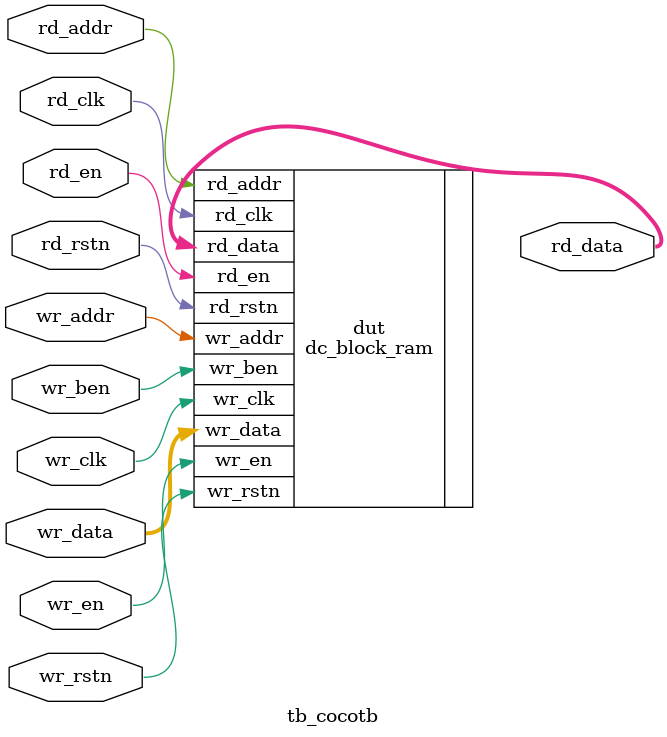
<source format=v>

`timescale 1ns/100ps

/*
 * Module: tb_cocotb
 *
 * Generic Dual Port RAM wrapper
 *
 * Parameters:
 *
 *   RAM_DEPTH    - Number of words using the size of BYTE_WIDTH.
 *   BYTE_WIDTH   - Width of the data bus in bytes.
 *   ADDR_WIDTH   - Width of the address bus in bits.
 *   HEX_FILE     - Read a hex value text file as the initial state of the RAM.
 *   RAM_TYPE     - Used to set the ram_style atribute.
 *   RD_CLOCK_SPEED - COCOTB CLOCK SPEED FOR READ IN HZ.
 *   WR_CLOCK_SPEED - COCOTB CLOCK SPEED FOR WRITE IN HZ.
 *
 * Ports:
 *
 *   rd_clk       - Read clock positive edge
 *   rd_rstn      - Read reset active low
 *   rd_en        - Read enable active high
 *   rd_data      - Read data output
 *   rd_addr      - Read data address select
 *   wr_clk       - Write clock positive edge
 *   wr_rstn      - Write reset active low
 *   wr_en        - Write enable active high
 *   wr_ben       - Write byte enable, each bit represents one byte of write data.
 *   wr_data      - Write data input
 *   wr_addr      - Write data address select
 *
 */
module tb_cocotb #(
    parameter RAM_DEPTH  = 1,
    parameter BYTE_WIDTH = 1,
    parameter ADDR_WIDTH = 1,
    parameter HEX_FILE   = "",
    parameter RAM_TYPE   = "block",
    parameter RD_CLOCK_SPEED = 10000000,
    parameter WR_CLOCK_SPEED = 10000000
  )
  (
    input                         rd_clk,
    input                         rd_rstn,
    input                         rd_en,
    output  [(BYTE_WIDTH*8)-1:0]  rd_data,
    input   [ADDR_WIDTH-1:0]      rd_addr,
    input                         wr_clk,
    input                         wr_rstn,
    input                         wr_en,
    input   [BYTE_WIDTH-1:0]      wr_ben,
    input   [(BYTE_WIDTH*8)-1:0]  wr_data,
    input   [ADDR_WIDTH-1:0]      wr_addr
  );
  
  // fst dump command
  initial begin
    $dumpfile ("tb_cocotb.fst");
    $dumpvars (0, tb_cocotb);
    #1;
  end
  
  //Group: Instantiated Modules

  /*
   * Module: dut
   *
   * Device under test, dc_block_ram
   */
  dc_block_ram #(
    .RAM_DEPTH(RAM_DEPTH),
    .BYTE_WIDTH(BYTE_WIDTH),
    .ADDR_WIDTH(ADDR_WIDTH),
    .HEX_FILE(HEX_FILE),
    .RAM_TYPE(RAM_TYPE)
  ) dut (
    .rd_clk(rd_clk),
    .rd_rstn(rd_rstn),
    .rd_en(rd_en),
    .rd_data(rd_data),
    .rd_addr(rd_addr),
    .wr_clk(wr_clk),
    .wr_rstn(wr_rstn),
    .wr_en(wr_en),
    .wr_ben(wr_ben),
    .wr_data(wr_data),
    .wr_addr(wr_addr)
  );
  
endmodule


</source>
